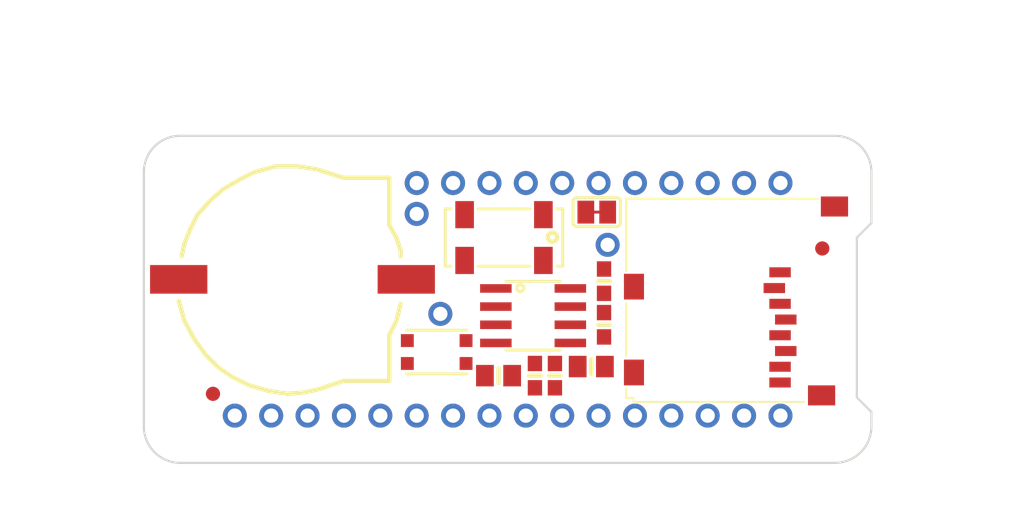
<source format=kicad_pcb>
(kicad_pcb (version 20171130) (host pcbnew "(5.1.2-1)-1")

  (general
    (thickness 1.6)
    (drawings 19)
    (tracks 0)
    (zones 0)
    (modules 19)
    (nets 35)
  )

  (page A4)
  (layers
    (0 Top signal)
    (31 Bottom signal)
    (32 B.Adhes user)
    (33 F.Adhes user)
    (34 B.Paste user)
    (35 F.Paste user)
    (36 B.SilkS user)
    (37 F.SilkS user)
    (38 B.Mask user)
    (39 F.Mask user)
    (40 Dwgs.User user)
    (41 Cmts.User user)
    (42 Eco1.User user)
    (43 Eco2.User user)
    (44 Edge.Cuts user)
    (45 Margin user)
    (46 B.CrtYd user)
    (47 F.CrtYd user)
    (48 B.Fab user)
    (49 F.Fab user)
  )

  (setup
    (last_trace_width 0.25)
    (trace_clearance 0.2)
    (zone_clearance 0.508)
    (zone_45_only no)
    (trace_min 0.2)
    (via_size 0.8)
    (via_drill 0.4)
    (via_min_size 0.4)
    (via_min_drill 0.3)
    (uvia_size 0.3)
    (uvia_drill 0.1)
    (uvias_allowed no)
    (uvia_min_size 0.2)
    (uvia_min_drill 0.1)
    (edge_width 0.05)
    (segment_width 0.2)
    (pcb_text_width 0.3)
    (pcb_text_size 1.5 1.5)
    (mod_edge_width 0.12)
    (mod_text_size 1 1)
    (mod_text_width 0.15)
    (pad_size 1.524 1.524)
    (pad_drill 0.762)
    (pad_to_mask_clearance 0.051)
    (solder_mask_min_width 0.25)
    (aux_axis_origin 0 0)
    (visible_elements FFFFEF7F)
    (pcbplotparams
      (layerselection 0x010fc_ffffffff)
      (usegerberextensions false)
      (usegerberattributes false)
      (usegerberadvancedattributes false)
      (creategerberjobfile false)
      (excludeedgelayer true)
      (linewidth 0.100000)
      (plotframeref false)
      (viasonmask false)
      (mode 1)
      (useauxorigin false)
      (hpglpennumber 1)
      (hpglpenspeed 20)
      (hpglpendiameter 15.000000)
      (psnegative false)
      (psa4output false)
      (plotreference true)
      (plotvalue true)
      (plotinvisibletext false)
      (padsonsilk false)
      (subtractmaskfromsilk false)
      (outputformat 1)
      (mirror false)
      (drillshape 1)
      (scaleselection 1)
      (outputdirectory ""))
  )

  (net 0 "")
  (net 1 G)
  (net 2 TX)
  (net 3 RX)
  (net 4 F)
  (net 5 E)
  (net 6 D)
  (net 7 C)
  (net 8 B)
  (net 9 A)
  (net 10 AREF)
  (net 11 USB)
  (net 12 N)
  (net 13 M)
  (net 14 L)
  (net 15 J)
  (net 16 I)
  (net 17 H)
  (net 18 SCL)
  (net 19 SDA)
  (net 20 GND)
  (net 21 MOSI)
  (net 22 MISO)
  (net 23 SCK)
  (net 24 +3V3)
  (net 25 SD_CS)
  (net 26 RESET)
  (net 27 N$7)
  (net 28 N$8)
  (net 29 VBAT)
  (net 30 EN)
  (net 31 CR1220)
  (net 32 INT1)
  (net 33 CS)
  (net 34 N$1)

  (net_class Default "This is the default net class."
    (clearance 0.2)
    (trace_width 0.25)
    (via_dia 0.8)
    (via_drill 0.4)
    (uvia_dia 0.3)
    (uvia_drill 0.1)
    (add_net +3V3)
    (add_net A)
    (add_net AREF)
    (add_net B)
    (add_net C)
    (add_net CR1220)
    (add_net CS)
    (add_net D)
    (add_net E)
    (add_net EN)
    (add_net F)
    (add_net G)
    (add_net GND)
    (add_net H)
    (add_net I)
    (add_net INT1)
    (add_net J)
    (add_net L)
    (add_net M)
    (add_net MISO)
    (add_net MOSI)
    (add_net N)
    (add_net N$1)
    (add_net N$7)
    (add_net N$8)
    (add_net RESET)
    (add_net RX)
    (add_net SCK)
    (add_net SCL)
    (add_net SDA)
    (add_net SD_CS)
    (add_net TX)
    (add_net USB)
    (add_net VBAT)
  )

  (module MICROSD (layer Top) (tedit 0) (tstamp 5D7BF3BD)
    (at 156.8831 112.1156 90)
    (descr "Courtesy: Adafruit Industries")
    (fp_text reference X4 (at 1.18 7.69 90) (layer F.SilkS) hide
      (effects (font (size 0.77216 0.77216) (thickness 0.146304)) (justify left bottom))
    )
    (fp_text value microsd (at 1.18 8.833 90) (layer F.Fab) hide
      (effects (font (size 0.38608 0.38608) (thickness 0.04064)) (justify left bottom))
    )
    (fp_line (start 14.15 -0.1) (end 14.15 13.25) (layer F.SilkS) (width 0.127))
    (fp_line (start 9.1 -0.1) (end 14.15 -0.1) (layer F.SilkS) (width 0.127))
    (fp_line (start 3.15 -0.1) (end 6.85 -0.1) (layer F.SilkS) (width 0.127))
    (fp_line (start -0.05 0.4) (end -0.05 12.35) (layer F.SilkS) (width 0.127))
    (fp_line (start 0.2 0.4) (end -0.05 0.4) (layer F.SilkS) (width 0.127))
    (fp_line (start 0.2 -0.1) (end 0.2 0.4) (layer F.SilkS) (width 0.127))
    (fp_line (start 0.85 -0.1) (end 0.2 -0.1) (layer F.SilkS) (width 0.127))
    (fp_line (start 11.29 19.52) (end 11.29 16.67) (layer F.Fab) (width 0.1))
    (fp_arc (start 10.44 19.52) (end 10.44 20.37) (angle -90) (layer F.Fab) (width 0.1))
    (fp_line (start 1.14 20.37) (end 10.44 20.37) (layer F.Fab) (width 0.1))
    (fp_arc (start 1.14 19.52) (end 0.29 19.52) (angle -90) (layer F.Fab) (width 0.1))
    (fp_line (start 0.29 16.72) (end 0.29 19.52) (layer F.Fab) (width 0.1))
    (fp_arc (start 10.44 16.07) (end 10.44 16.92) (angle -90) (layer F.Fab) (width 0.1))
    (fp_line (start 1.14 16.92) (end 10.44 16.92) (layer F.Fab) (width 0.1))
    (fp_arc (start 1.14 16.07) (end 0.29 16.07) (angle -90) (layer F.Fab) (width 0.1))
    (fp_line (start 0.29 15.92) (end 0.29 16.07) (layer F.Fab) (width 0.1))
    (fp_line (start 11.29 15.42) (end 11.29 14.12) (layer F.Fab) (width 0.1))
    (fp_arc (start 10.54 15.42) (end 10.54 16.17) (angle -90) (layer F.Fab) (width 0.1))
    (fp_line (start 1.09 16.17) (end 10.54 16.17) (layer F.Fab) (width 0.1))
    (fp_arc (start 1.09 15.42) (end 0.34 15.42) (angle -90) (layer F.Fab) (width 0.1))
    (fp_line (start 0.34 14.12) (end 0.34 15.42) (layer F.Fab) (width 0.1))
    (fp_line (start 9.19 11.17) (end 9.19 9.82) (layer F.Fab) (width 0.1))
    (fp_line (start 8.79 11.17) (end 9.19 11.17) (layer F.Fab) (width 0.1))
    (fp_line (start 8.79 9.77) (end 8.79 11.17) (layer F.Fab) (width 0.1))
    (fp_line (start 8.09 10.82) (end 8.09 9.77) (layer F.Fab) (width 0.1))
    (fp_line (start 7.69 10.82) (end 8.09 10.82) (layer F.Fab) (width 0.1))
    (fp_line (start 7.69 9.77) (end 7.69 10.82) (layer F.Fab) (width 0.1))
    (fp_line (start 6.99 11.22) (end 6.99 9.82) (layer F.Fab) (width 0.1))
    (fp_line (start 6.59 11.22) (end 6.99 11.22) (layer F.Fab) (width 0.1))
    (fp_line (start 6.59 9.77) (end 6.59 11.22) (layer F.Fab) (width 0.1))
    (fp_line (start 5.89 11.37) (end 5.54 11.37) (layer F.Fab) (width 0.1))
    (fp_line (start 5.89 9.92) (end 5.89 11.37) (layer F.Fab) (width 0.1))
    (fp_line (start 6.24 9.92) (end 6.24 9.77) (layer F.Fab) (width 0.1))
    (fp_line (start 5.89 9.92) (end 6.24 9.92) (layer F.Fab) (width 0.1))
    (fp_line (start 5.49 9.92) (end 5.89 9.92) (layer F.Fab) (width 0.1))
    (fp_line (start 4.79 11.22) (end 4.79 9.92) (layer F.Fab) (width 0.1))
    (fp_line (start 4.39 11.22) (end 4.79 11.22) (layer F.Fab) (width 0.1))
    (fp_line (start 4.39 9.77) (end 4.39 11.22) (layer F.Fab) (width 0.1))
    (fp_line (start 3.74 11.42) (end 3.74 9.97) (layer F.Fab) (width 0.1))
    (fp_line (start 3.29 11.42) (end 3.74 11.42) (layer F.Fab) (width 0.1))
    (fp_line (start 3.29 9.97) (end 3.29 11.42) (layer F.Fab) (width 0.1))
    (fp_line (start 4.04 9.97) (end 4.04 9.77) (layer F.Fab) (width 0.1))
    (fp_line (start 3.74 9.97) (end 4.04 9.97) (layer F.Fab) (width 0.1))
    (fp_line (start 3.29 9.97) (end 3.74 9.97) (layer F.Fab) (width 0.1))
    (fp_line (start 2.94 9.97) (end 3.29 9.97) (layer F.Fab) (width 0.1))
    (fp_line (start 2.94 9.77) (end 2.94 9.97) (layer F.Fab) (width 0.1))
    (fp_line (start 2.59 11.17) (end 2.59 9.77) (layer F.Fab) (width 0.1))
    (fp_line (start 2.19 11.17) (end 2.59 11.17) (layer F.Fab) (width 0.1))
    (fp_line (start 2.19 9.77) (end 2.19 11.17) (layer F.Fab) (width 0.1))
    (fp_line (start 1.49 11.17) (end 1.49 9.77) (layer F.Fab) (width 0.1))
    (fp_line (start 1.09 11.17) (end 1.49 11.17) (layer F.Fab) (width 0.1))
    (fp_line (start 1.09 9.82) (end 1.09 11.17) (layer F.Fab) (width 0.1))
    (fp_line (start 8.39 0.77) (end 8.39 0.17) (layer F.Fab) (width 0.1))
    (fp_line (start 8.29 0.77) (end 8.39 0.77) (layer F.Fab) (width 0.1))
    (fp_line (start 7.19 0.77) (end 7.19 0.17) (layer F.Fab) (width 0.1))
    (fp_line (start 7.39 0.77) (end 7.19 0.77) (layer F.Fab) (width 0.1))
    (fp_line (start 8.29 0.92) (end 8.54 0.92) (layer F.Fab) (width 0.1))
    (fp_line (start 7.39 0.92) (end 7.09 0.92) (layer F.Fab) (width 0.1))
    (fp_line (start 7.14 5.92) (end 8.44 5.92) (layer F.Fab) (width 0.1))
    (fp_line (start 7.39 0.47) (end 7.14 5.92) (layer F.Fab) (width 0.1))
    (fp_line (start 7.39 0.42) (end 7.39 0.47) (layer F.Fab) (width 0.1))
    (fp_arc (start 7.54 0.47) (end 7.59 0.32) (angle -90) (layer F.Fab) (width 0.1))
    (fp_line (start 7.59 1.27) (end 7.59 0.32) (layer F.Fab) (width 0.1))
    (fp_arc (start 7.84 1.27) (end 7.84 1.52) (angle 90) (layer F.Fab) (width 0.1))
    (fp_line (start 7.79 1.52) (end 7.84 1.52) (layer F.Fab) (width 0.1))
    (fp_arc (start 7.79 1.27) (end 8.04 1.27) (angle 90) (layer F.Fab) (width 0.1))
    (fp_line (start 8.04 0.32) (end 8.04 1.27) (layer F.Fab) (width 0.1))
    (fp_arc (start 8.04 0.52) (end 8.24 0.52) (angle -90) (layer F.Fab) (width 0.1))
    (fp_line (start 8.24 0.57) (end 8.24 0.52) (layer F.Fab) (width 0.1))
    (fp_line (start 8.44 5.92) (end 8.24 0.57) (layer F.Fab) (width 0.1))
    (fp_arc (start 8.59 5.92) (end 8.59 6.07) (angle 90) (layer F.Fab) (width 0.1))
    (fp_arc (start 8.59 5.92) (end 8.74 5.92) (angle 90) (layer F.Fab) (width 0.1))
    (fp_line (start 8.74 5.87) (end 8.74 5.92) (layer F.Fab) (width 0.1))
    (fp_line (start 8.49 -0.03) (end 8.74 5.87) (layer F.Fab) (width 0.1))
    (fp_line (start 7.14 0.12) (end 8.49 0.12) (layer F.Fab) (width 0.1))
    (fp_line (start 6.84 5.92) (end 7.09 -0.03) (layer F.Fab) (width 0.1))
    (fp_arc (start 6.99 5.92) (end 6.99 6.07) (angle 90) (layer F.Fab) (width 0.1))
    (fp_arc (start 6.99 5.92) (end 7.14 5.92) (angle 90) (layer F.Fab) (width 0.1))
    (fp_line (start 2.69 0.77) (end 2.69 0.17) (layer F.Fab) (width 0.1))
    (fp_line (start 2.59 0.77) (end 2.69 0.77) (layer F.Fab) (width 0.1))
    (fp_line (start 1.49 0.77) (end 1.49 0.17) (layer F.Fab) (width 0.1))
    (fp_line (start 1.69 0.77) (end 1.49 0.77) (layer F.Fab) (width 0.1))
    (fp_line (start 2.59 0.92) (end 2.84 0.92) (layer F.Fab) (width 0.1))
    (fp_line (start 1.69 0.92) (end 1.39 0.92) (layer F.Fab) (width 0.1))
    (fp_line (start 1.44 5.92) (end 2.74 5.92) (layer F.Fab) (width 0.1))
    (fp_line (start 1.69 0.47) (end 1.44 5.92) (layer F.Fab) (width 0.1))
    (fp_line (start 1.69 0.42) (end 1.69 0.47) (layer F.Fab) (width 0.1))
    (fp_arc (start 1.84 0.47) (end 1.89 0.32) (angle -90) (layer F.Fab) (width 0.1))
    (fp_line (start 1.89 1.27) (end 1.89 0.32) (layer F.Fab) (width 0.1))
    (fp_arc (start 2.14 1.27) (end 2.14 1.52) (angle 90) (layer F.Fab) (width 0.1))
    (fp_line (start 2.09 1.52) (end 2.14 1.52) (layer F.Fab) (width 0.1))
    (fp_arc (start 2.09 1.27) (end 2.34 1.27) (angle 90) (layer F.Fab) (width 0.1))
    (fp_line (start 2.34 0.32) (end 2.34 1.27) (layer F.Fab) (width 0.1))
    (fp_arc (start 2.34 0.52) (end 2.54 0.52) (angle -90) (layer F.Fab) (width 0.1))
    (fp_line (start 2.54 0.57) (end 2.54 0.52) (layer F.Fab) (width 0.1))
    (fp_line (start 2.74 5.92) (end 2.54 0.57) (layer F.Fab) (width 0.1))
    (fp_arc (start 2.89 5.92) (end 2.89 6.07) (angle 90) (layer F.Fab) (width 0.1))
    (fp_arc (start 2.89 5.92) (end 3.04 5.92) (angle 90) (layer F.Fab) (width 0.1))
    (fp_line (start 3.04 5.87) (end 3.04 5.92) (layer F.Fab) (width 0.1))
    (fp_line (start 2.79 -0.03) (end 3.04 5.87) (layer F.Fab) (width 0.1))
    (fp_line (start 1.44 0.12) (end 2.79 0.12) (layer F.Fab) (width 0.1))
    (fp_line (start 1.14 5.92) (end 1.39 -0.03) (layer F.Fab) (width 0.1))
    (fp_arc (start 1.29 5.92) (end 1.29 6.07) (angle 90) (layer F.Fab) (width 0.1))
    (fp_arc (start 1.29 5.92) (end 1.44 5.92) (angle 90) (layer F.Fab) (width 0.1))
    (fp_line (start 9.99 6.37) (end 9.99 3.87) (layer F.Fab) (width 0.1))
    (fp_arc (start 10.19 6.37) (end 10.19 6.57) (angle 90) (layer F.Fab) (width 0.1))
    (fp_line (start 10.24 6.57) (end 10.19 6.57) (layer F.Fab) (width 0.1))
    (fp_arc (start 10.24 6.32) (end 10.49 6.32) (angle 90) (layer F.Fab) (width 0.1))
    (fp_line (start 10.49 3.87) (end 10.49 6.32) (layer F.Fab) (width 0.1))
    (fp_arc (start 10.29 3.87) (end 10.29 3.67) (angle 90) (layer F.Fab) (width 0.1))
    (fp_line (start 10.19 3.67) (end 10.29 3.67) (layer F.Fab) (width 0.1))
    (fp_arc (start 10.19 3.87) (end 9.99 3.87) (angle 90) (layer F.Fab) (width 0.1))
    (fp_arc (start 1.29 10.12) (end 0.94 10.12) (angle 90) (layer F.Fab) (width 0.1))
    (fp_line (start 0.94 11.22) (end 0.94 10.12) (layer F.Fab) (width 0.1))
    (fp_arc (start 1.29 11.22) (end 1.29 11.57) (angle 90) (layer F.Fab) (width 0.1))
    (fp_line (start 4.49 11.57) (end 1.29 11.57) (layer F.Fab) (width 0.1))
    (fp_arc (start 4.49 11.22) (end 4.84 11.22) (angle 90) (layer F.Fab) (width 0.1))
    (fp_line (start 4.84 10.02) (end 4.84 11.22) (layer F.Fab) (width 0.1))
    (fp_arc (start 4.59 10.02) (end 4.59 9.77) (angle 90) (layer F.Fab) (width 0.1))
    (fp_line (start 4.39 9.77) (end 4.59 9.77) (layer F.Fab) (width 0.1))
    (fp_line (start 4.04 9.77) (end 4.39 9.77) (layer F.Fab) (width 0.1))
    (fp_line (start 2.94 9.77) (end 4.04 9.77) (layer F.Fab) (width 0.1))
    (fp_line (start 2.59 9.77) (end 2.94 9.77) (layer F.Fab) (width 0.1))
    (fp_line (start 2.19 9.77) (end 2.59 9.77) (layer F.Fab) (width 0.1))
    (fp_line (start 1.49 9.77) (end 2.19 9.77) (layer F.Fab) (width 0.1))
    (fp_line (start 1.29 9.77) (end 1.49 9.77) (layer F.Fab) (width 0.1))
    (fp_arc (start 5.74 10.07) (end 5.44 10.07) (angle 90) (layer F.Fab) (width 0.1))
    (fp_line (start 5.44 11.22) (end 5.44 10.07) (layer F.Fab) (width 0.1))
    (fp_arc (start 5.79 11.22) (end 5.79 11.57) (angle 90) (layer F.Fab) (width 0.1))
    (fp_line (start 8.99 11.57) (end 5.79 11.57) (layer F.Fab) (width 0.1))
    (fp_arc (start 8.99 11.22) (end 9.34 11.22) (angle 90) (layer F.Fab) (width 0.1))
    (fp_line (start 9.34 10.07) (end 9.34 11.22) (layer F.Fab) (width 0.1))
    (fp_arc (start 9.04 10.07) (end 9.04 9.77) (angle 90) (layer F.Fab) (width 0.1))
    (fp_line (start 8.79 9.77) (end 9.04 9.77) (layer F.Fab) (width 0.1))
    (fp_line (start 8.09 9.77) (end 8.79 9.77) (layer F.Fab) (width 0.1))
    (fp_line (start 7.69 9.77) (end 8.09 9.77) (layer F.Fab) (width 0.1))
    (fp_line (start 6.59 9.77) (end 7.69 9.77) (layer F.Fab) (width 0.1))
    (fp_line (start 6.24 9.77) (end 6.59 9.77) (layer F.Fab) (width 0.1))
    (fp_line (start 5.74 9.77) (end 6.24 9.77) (layer F.Fab) (width 0.1))
    (fp_line (start 11.94 6.47) (end 14.04 6.47) (layer F.Fab) (width 0.1))
    (fp_arc (start 11.94 6.82) (end 11.59 6.82) (angle 90) (layer F.Fab) (width 0.1))
    (fp_line (start 11.59 8.12) (end 11.59 6.82) (layer F.Fab) (width 0.1))
    (fp_arc (start 11.64 8.12) (end 11.64 8.17) (angle 90) (layer F.Fab) (width 0.1))
    (fp_line (start 11.84 8.37) (end 11.64 8.17) (layer F.Fab) (width 0.1))
    (fp_line (start 11.84 12.32) (end 11.84 8.37) (layer F.Fab) (width 0.1))
    (fp_arc (start 12.04 12.32) (end 12.04 12.52) (angle 90) (layer F.Fab) (width 0.1))
    (fp_line (start 12.09 12.52) (end 12.04 12.52) (layer F.Fab) (width 0.1))
    (fp_arc (start 12.09 12.32) (end 12.29 12.32) (angle 90) (layer F.Fab) (width 0.1))
    (fp_line (start 12.44 8.17) (end 12.29 12.32) (layer F.Fab) (width 0.1))
    (fp_arc (start 12.24 8.17) (end 12.24 7.97) (angle 90) (layer F.Fab) (width 0.1))
    (fp_line (start 12.19 7.97) (end 12.24 7.97) (layer F.Fab) (width 0.1))
    (fp_arc (start 12.19 7.82) (end 12.04 7.82) (angle -90) (layer F.Fab) (width 0.1))
    (fp_line (start 12.04 7.02) (end 12.04 7.82) (layer F.Fab) (width 0.1))
    (fp_arc (start 12.19 7.02) (end 12.19 6.87) (angle -90) (layer F.Fab) (width 0.1))
    (fp_line (start 13.24 6.87) (end 12.19 6.87) (layer F.Fab) (width 0.1))
    (fp_arc (start 13.24 7.02) (end 13.39 7.02) (angle -90) (layer F.Fab) (width 0.1))
    (fp_line (start 13.39 7.72) (end 13.39 7.02) (layer F.Fab) (width 0.1))
    (fp_arc (start 13.14 7.72) (end 13.14 7.97) (angle -90) (layer F.Fab) (width 0.1))
    (fp_arc (start 13.14 8.12) (end 12.99 8.12) (angle 90) (layer F.Fab) (width 0.1))
    (fp_line (start 13.09 12.32) (end 12.99 8.12) (layer F.Fab) (width 0.1))
    (fp_arc (start 13.29 12.32) (end 13.29 12.52) (angle 90) (layer F.Fab) (width 0.1))
    (fp_line (start 14.04 12.52) (end 13.29 12.52) (layer F.Fab) (width 0.1))
    (fp_arc (start 13.74 14.02) (end 13.94 14.02) (angle -90) (layer F.Fab) (width 0.1))
    (fp_arc (start 13.79 14.02) (end 13.79 14.17) (angle -90) (layer F.Fab) (width 0.1))
    (fp_line (start 13.74 14.17) (end 13.79 14.17) (layer F.Fab) (width 0.1))
    (fp_arc (start 13.74 14.32) (end 13.59 14.32) (angle 90) (layer F.Fab) (width 0.1))
    (fp_line (start 13.59 14.62) (end 13.59 14.32) (layer F.Fab) (width 0.1))
    (fp_arc (start 13.74 14.62) (end 13.74 14.77) (angle 90) (layer F.Fab) (width 0.1))
    (fp_line (start 13.79 14.77) (end 13.74 14.77) (layer F.Fab) (width 0.1))
    (fp_arc (start 13.79 14.92) (end 13.94 14.92) (angle -90) (layer F.Fab) (width 0.1))
    (fp_line (start 13.94 15.02) (end 13.94 14.92) (layer F.Fab) (width 0.1))
    (fp_line (start 13.34 13.82) (end 13.34 15.12) (layer F.Fab) (width 0.1))
    (fp_line (start 13.64 13.67) (end 13.64 13.47) (layer F.Fab) (width 0.1))
    (fp_line (start 13.64 13.67) (end 13.79 13.67) (layer F.Fab) (width 0.1))
    (fp_line (start 12.99 13.67) (end 13.64 13.67) (layer F.Fab) (width 0.1))
    (fp_line (start 13.79 13.47) (end 13.79 13.67) (layer F.Fab) (width 0.1))
    (fp_line (start 11.34 14.52) (end 10.84 13.97) (layer F.Fab) (width 0.1))
    (fp_line (start 11.54 14.52) (end 11.34 14.52) (layer F.Fab) (width 0.1))
    (fp_arc (start 11.49 14.92) (end 11.34 14.92) (angle 90) (layer F.Fab) (width 0.1))
    (fp_line (start 11.49 15.07) (end 11.34 14.92) (layer F.Fab) (width 0.1))
    (fp_line (start 10.49 14.92) (end 11.34 14.92) (layer F.Fab) (width 0.1))
    (fp_line (start 10.99 14.72) (end 10.49 14.72) (layer F.Fab) (width 0.1))
    (fp_line (start 10.99 14.72) (end 11.49 14.72) (layer F.Fab) (width 0.1))
    (fp_line (start 10.49 14.22) (end 10.99 14.72) (layer F.Fab) (width 0.1))
    (fp_line (start 10.49 13.87) (end 10.49 14.22) (layer F.Fab) (width 0.1))
    (fp_line (start 10.49 14.52) (end 10.74 14.52) (layer F.Fab) (width 0.1))
    (fp_line (start 10.49 14.72) (end 10.49 14.52) (layer F.Fab) (width 0.1))
    (fp_line (start 10.49 14.92) (end 10.49 14.72) (layer F.Fab) (width 0.1))
    (fp_line (start 10.49 15.12) (end 10.49 14.92) (layer F.Fab) (width 0.1))
    (fp_line (start 9.54 15.12) (end 9.54 13.62) (layer F.Fab) (width 0.1))
    (fp_line (start 10.49 15.12) (end 9.54 15.12) (layer F.Fab) (width 0.1))
    (fp_line (start 11.79 15.12) (end 10.49 15.12) (layer F.Fab) (width 0.1))
    (fp_line (start 14.04 2.32) (end 14.04 -0.03) (layer F.Fab) (width 0.1))
    (fp_line (start 14.09 2.32) (end 14.04 2.32) (layer F.Fab) (width 0.1))
    (fp_line (start 14.09 3.37) (end 14.09 2.32) (layer F.Fab) (width 0.1))
    (fp_line (start 14.04 3.37) (end 14.09 3.37) (layer F.Fab) (width 0.1))
    (fp_line (start 14.04 6.47) (end 14.04 3.37) (layer F.Fab) (width 0.1))
    (fp_line (start 14.04 7.52) (end 14.04 6.47) (layer F.Fab) (width 0.1))
    (fp_line (start 14.09 7.52) (end 14.04 7.52) (layer F.Fab) (width 0.1))
    (fp_line (start 14.09 8.57) (end 14.09 7.52) (layer F.Fab) (width 0.1))
    (fp_line (start 14.04 8.57) (end 14.09 8.57) (layer F.Fab) (width 0.1))
    (fp_line (start 14.04 11.52) (end 14.04 8.57) (layer F.Fab) (width 0.1))
    (fp_line (start 14.09 11.52) (end 14.04 11.52) (layer F.Fab) (width 0.1))
    (fp_line (start 14.09 12.52) (end 14.09 11.52) (layer F.Fab) (width 0.1))
    (fp_line (start 14.04 12.52) (end 14.09 12.52) (layer F.Fab) (width 0.1))
    (fp_line (start 14.04 13.42) (end 14.04 12.52) (layer F.Fab) (width 0.1))
    (fp_line (start 13.14 13.42) (end 14.04 13.42) (layer F.Fab) (width 0.1))
    (fp_arc (start 13.14 13.62) (end 12.94 13.62) (angle 90) (layer F.Fab) (width 0.1))
    (fp_arc (start 13.14 13.62) (end 13.14 13.82) (angle 90) (layer F.Fab) (width 0.1))
    (fp_line (start 13.34 13.82) (end 13.14 13.82) (layer F.Fab) (width 0.1))
    (fp_line (start 13.74 13.82) (end 13.34 13.82) (layer F.Fab) (width 0.1))
    (fp_arc (start 13.74 14.07) (end 13.99 14.07) (angle -90) (layer F.Fab) (width 0.1))
    (fp_line (start 13.99 14.87) (end 13.99 14.07) (layer F.Fab) (width 0.1))
    (fp_arc (start 13.74 14.87) (end 13.94 15.02) (angle -36.869898) (layer F.Fab) (width 0.1))
    (fp_arc (start 13.739999 14.869999) (end 13.74 15.12) (angle -53.130102) (layer F.Fab) (width 0.1))
    (fp_line (start 13.34 15.12) (end 13.74 15.12) (layer F.Fab) (width 0.1))
    (fp_line (start 11.79 15.12) (end 13.34 15.12) (layer F.Fab) (width 0.1))
    (fp_arc (start 11.79 14.87) (end 11.54 14.87) (angle -90) (layer F.Fab) (width 0.1))
    (fp_line (start 11.54 14.52) (end 11.54 14.87) (layer F.Fab) (width 0.1))
    (fp_line (start 11.54 14.27) (end 11.54 14.52) (layer F.Fab) (width 0.1))
    (fp_arc (start 11.44 14.27) (end 11.44 14.17) (angle 90) (layer F.Fab) (width 0.1))
    (fp_arc (start 5.74 29.830621) (end 0.04 14.17) (angle 40) (layer F.Fab) (width 0.1))
    (fp_line (start 0.04 9.42) (end 0.04 14.17) (layer F.Fab) (width 0.1))
    (fp_line (start -0.01 9.42) (end 0.04 9.42) (layer F.Fab) (width 0.1))
    (fp_line (start -0.01 8.12) (end -0.01 9.42) (layer F.Fab) (width 0.1))
    (fp_line (start 0.04 8.12) (end -0.01 8.12) (layer F.Fab) (width 0.1))
    (fp_line (start 0.04 3.07) (end 0.04 8.12) (layer F.Fab) (width 0.1))
    (fp_line (start -0.01 3.07) (end 0.04 3.07) (layer F.Fab) (width 0.1))
    (fp_line (start -0.01 1.72) (end -0.01 3.07) (layer F.Fab) (width 0.1))
    (fp_line (start 0.04 1.72) (end -0.01 1.72) (layer F.Fab) (width 0.1))
    (fp_line (start 0.04 0.47) (end 0.04 1.72) (layer F.Fab) (width 0.1))
    (fp_line (start 0.29 0.47) (end 0.04 0.47) (layer F.Fab) (width 0.1))
    (fp_line (start 0.29 -0.03) (end 0.29 0.47) (layer F.Fab) (width 0.1))
    (fp_line (start 1.39 -0.03) (end 0.29 -0.03) (layer F.Fab) (width 0.1))
    (fp_line (start 2.79 -0.03) (end 1.39 -0.03) (layer F.Fab) (width 0.1))
    (fp_line (start 10.39 -0.03) (end 2.79 -0.03) (layer F.Fab) (width 0.1))
    (fp_line (start 10.39 0.27) (end 10.39 -0.03) (layer F.Fab) (width 0.1))
    (fp_arc (start 10.59 0.27) (end 10.59 0.47) (angle 90) (layer F.Fab) (width 0.1))
    (fp_arc (start 10.59 0.27) (end 10.79 0.27) (angle 90) (layer F.Fab) (width 0.1))
    (fp_line (start 10.79 -0.03) (end 10.79 0.27) (layer F.Fab) (width 0.1))
    (fp_line (start 12.99 -0.03) (end 10.79 -0.03) (layer F.Fab) (width 0.1))
    (fp_line (start 12.99 0.27) (end 12.99 -0.03) (layer F.Fab) (width 0.1))
    (fp_arc (start 13.19 0.27) (end 13.19 0.47) (angle 90) (layer F.Fab) (width 0.1))
    (fp_arc (start 13.19 0.27) (end 13.39 0.27) (angle 90) (layer F.Fab) (width 0.1))
    (fp_line (start 13.39 -0.03) (end 13.39 0.27) (layer F.Fab) (width 0.1))
    (fp_line (start 14.04 -0.03) (end 13.39 -0.03) (layer F.Fab) (width 0.1))
    (pad 1 smd rect (at 9 10.64 90) (size 0.7 1.5) (layers Top F.Paste F.Mask)
      (solder_mask_margin 0.0508))
    (pad 2 smd rect (at 7.9 10.24 90) (size 0.7 1.5) (layers Top F.Paste F.Mask)
      (net 25 SD_CS) (solder_mask_margin 0.0508))
    (pad 3 smd rect (at 6.8 10.64 90) (size 0.7 1.5) (layers Top F.Paste F.Mask)
      (net 21 MOSI) (solder_mask_margin 0.0508))
    (pad 4 smd rect (at 5.7 11.04 90) (size 0.7 1.5) (layers Top F.Paste F.Mask)
      (net 24 +3V3) (solder_mask_margin 0.0508))
    (pad 5 smd rect (at 4.6 10.64 90) (size 0.7 1.5) (layers Top F.Paste F.Mask)
      (net 23 SCK) (solder_mask_margin 0.0508))
    (pad 6 smd rect (at 3.5 11.04 90) (size 0.7 1.5) (layers Top F.Paste F.Mask)
      (net 20 GND) (solder_mask_margin 0.0508))
    (pad 7 smd rect (at 2.4 10.64 90) (size 0.7 1.5) (layers Top F.Paste F.Mask)
      (net 22 MISO) (solder_mask_margin 0.0508))
    (pad 8 smd rect (at 1.3 10.64 90) (size 0.7 1.5) (layers Top F.Paste F.Mask)
      (solder_mask_margin 0.0508))
    (pad CD2 smd rect (at 8 0.44 180) (size 1.4 1.8) (layers Top F.Paste F.Mask)
      (solder_mask_margin 0.0508))
    (pad CD1 smd rect (at 2 0.44 180) (size 1.4 1.8) (layers Top F.Paste F.Mask)
      (solder_mask_margin 0.0508))
    (pad MT2 smd rect (at 13.6 14.44 90) (size 1.4 1.9) (layers Top F.Paste F.Mask)
      (net 20 GND) (solder_mask_margin 0.0508))
    (pad MT1 smd rect (at 0.4 13.54 90) (size 1.4 1.9) (layers Top F.Paste F.Mask)
      (net 20 GND) (solder_mask_margin 0.0508))
  )

  (module BTN_KMR2_4.6X2.8 (layer Top) (tedit 0) (tstamp 5D7BF4C2)
    (at 143.5481 108.6866 180)
    (fp_text reference SW1 (at -2.032 -1.778 180) (layer F.SilkS) hide
      (effects (font (size 0.77216 0.77216) (thickness 0.146304)) (justify right top))
    )
    (fp_text value KMR2 (at -2.032 2.159 180) (layer F.Fab) hide
      (effects (font (size 0.38608 0.38608) (thickness 0.04064)) (justify right top))
    )
    (fp_line (start 2.1 1.5254) (end -2.1 1.5254) (layer F.SilkS) (width 0.2032))
    (fp_line (start -2.1 -1.5254) (end 2.1 -1.5254) (layer F.SilkS) (width 0.2032))
    (fp_line (start 1.05 0.8) (end -1.05 0.8) (layer F.Fab) (width 0.2032))
    (fp_arc (start -0.881399 0) (end 1.05 -0.8) (angle 44.999389) (layer F.Fab) (width 0.2032))
    (fp_line (start -1.05 -0.8) (end 1.05 -0.8) (layer F.Fab) (width 0.2032))
    (fp_arc (start 0.881399 0) (end -1.05 0.8) (angle 44.999389) (layer F.Fab) (width 0.2032))
    (fp_line (start -2.1 1.4) (end -2.1 -1.4) (layer F.Fab) (width 0.2032))
    (fp_line (start 2.1 1.4) (end -2.1 1.4) (layer F.Fab) (width 0.2032))
    (fp_line (start 2.1 -1.4) (end 2.1 1.4) (layer F.Fab) (width 0.2032))
    (fp_line (start -2.1 -1.4) (end 2.1 -1.4) (layer F.Fab) (width 0.2032))
    (fp_line (start 0 -0.2) (end 0.3 0.1) (layer F.Fab) (width 0.127))
    (fp_line (start 0 0.4) (end 0 0.3) (layer F.Fab) (width 0.127))
    (fp_line (start 0 -0.4) (end 0 -0.2) (layer F.Fab) (width 0.127))
    (fp_line (start 0 0.4) (end 0.4 0.4) (layer F.Fab) (width 0.127))
    (fp_line (start -0.4 0.4) (end 0 0.4) (layer F.Fab) (width 0.127))
    (fp_line (start 0 -0.4) (end 0.4 -0.4) (layer F.Fab) (width 0.127))
    (fp_line (start -0.4 -0.4) (end 0 -0.4) (layer F.Fab) (width 0.127))
    (pad A' smd rect (at -2.05 -0.8 180) (size 0.9 0.9) (layers Top F.Paste F.Mask)
      (net 20 GND) (solder_mask_margin 0.0508))
    (pad B' smd rect (at -2.05 0.8 180) (size 0.9 0.9) (layers Top F.Paste F.Mask)
      (net 26 RESET) (solder_mask_margin 0.0508))
    (pad B smd rect (at 2.05 0.8 180) (size 0.9 0.9) (layers Top F.Paste F.Mask)
      (net 26 RESET) (solder_mask_margin 0.0508))
    (pad A smd rect (at 2.05 -0.8 180) (size 0.9 0.9) (layers Top F.Paste F.Mask)
      (net 20 GND) (solder_mask_margin 0.0508))
  )

  (module SOIC8_150MIL (layer Top) (tedit 0) (tstamp 5D7BF4DA)
    (at 150.2791 106.1466 270)
    (descr "<b>Small Outline IC - 150mil Wide</b>")
    (fp_text reference IC1 (at -1.905 -0.381 270) (layer F.SilkS) hide
      (effects (font (size 0.77216 0.77216) (thickness 0.146304)) (justify right top))
    )
    (fp_text value PCF8523T (at -1.905 0.381 270) (layer F.Fab) hide
      (effects (font (size 0.38608 0.38608) (thickness 0.04064)) (justify right top))
    )
    (fp_poly (pts (xy -2.15 -2) (xy -1.66 -2) (xy -1.66 -3.1) (xy -2.15 -3.1)) (layer F.Fab) (width 0))
    (fp_poly (pts (xy -0.88 -2) (xy -0.39 -2) (xy -0.39 -3.1) (xy -0.88 -3.1)) (layer F.Fab) (width 0))
    (fp_poly (pts (xy 0.39 -2) (xy 0.88 -2) (xy 0.88 -3.1) (xy 0.39 -3.1)) (layer F.Fab) (width 0))
    (fp_poly (pts (xy 1.66 -2) (xy 2.15 -2) (xy 2.15 -3.1) (xy 1.66 -3.1)) (layer F.Fab) (width 0))
    (fp_poly (pts (xy 1.66 3.1) (xy 2.15 3.1) (xy 2.15 2) (xy 1.66 2)) (layer F.Fab) (width 0))
    (fp_poly (pts (xy 0.39 3.1) (xy 0.88 3.1) (xy 0.88 2) (xy 0.39 2)) (layer F.Fab) (width 0))
    (fp_poly (pts (xy -0.88 3.1) (xy -0.39 3.1) (xy -0.39 2) (xy -0.88 2)) (layer F.Fab) (width 0))
    (fp_poly (pts (xy -2.15 3.1) (xy -1.66 3.1) (xy -1.66 2) (xy -2.15 2)) (layer F.Fab) (width 0))
    (fp_circle (center -1.9304 0.889) (end -1.6764 0.889) (layer F.SilkS) (width 0.2032))
    (fp_line (start 2.4 -1.9) (end 2.4 1.9) (layer F.SilkS) (width 0.2032))
    (fp_line (start -2.4 1.9) (end -2.4 -1.9) (layer F.SilkS) (width 0.2032))
    (fp_line (start -2.4 -1.9) (end 2.4 -1.9) (layer F.Fab) (width 0.2032))
    (fp_line (start 2.4 1.4) (end -2.4 1.4) (layer F.Fab) (width 0.2032))
    (fp_line (start -2.4 1.4) (end -2.4 -1.9) (layer F.Fab) (width 0.2032))
    (fp_line (start -2.4 1.9) (end -2.4 1.4) (layer F.Fab) (width 0.2032))
    (fp_line (start 2.4 1.9) (end -2.4 1.9) (layer F.Fab) (width 0.2032))
    (fp_line (start 2.4 1.4) (end 2.4 1.9) (layer F.Fab) (width 0.2032))
    (fp_line (start 2.4 -1.9) (end 2.4 1.4) (layer F.Fab) (width 0.2032))
    (pad 5 smd rect (at 1.905 -2.6 270) (size 0.6 2.2) (layers Top F.Paste F.Mask)
      (net 19 SDA) (solder_mask_margin 0.0508))
    (pad 6 smd rect (at 0.635 -2.6 270) (size 0.6 2.2) (layers Top F.Paste F.Mask)
      (net 18 SCL) (solder_mask_margin 0.0508))
    (pad 8 smd rect (at -1.905 -2.6 270) (size 0.6 2.2) (layers Top F.Paste F.Mask)
      (net 34 N$1) (solder_mask_margin 0.0508))
    (pad 4 smd rect (at 1.905 2.6 270) (size 0.6 2.2) (layers Top F.Paste F.Mask)
      (net 20 GND) (solder_mask_margin 0.0508))
    (pad 3 smd rect (at 0.635 2.6 270) (size 0.6 2.2) (layers Top F.Paste F.Mask)
      (net 31 CR1220) (solder_mask_margin 0.0508))
    (pad 1 smd rect (at -1.905 2.6 270) (size 0.6 2.2) (layers Top F.Paste F.Mask)
      (net 27 N$7) (solder_mask_margin 0.0508))
    (pad 7 smd rect (at -0.635 -2.6 270) (size 0.6 2.2) (layers Top F.Paste F.Mask)
      (net 32 INT1) (solder_mask_margin 0.0508))
    (pad 2 smd rect (at -0.635 2.6 270) (size 0.6 2.2) (layers Top F.Paste F.Mask)
      (net 28 N$8) (solder_mask_margin 0.0508))
  )

  (module CRYSTAL_8X3.8 (layer Top) (tedit 0) (tstamp 5D7BF4F7)
    (at 148.2471 100.6856)
    (descr "<p>8.0x3.8x2.5mm SMT Crystal</p>\n<p>Source: http://www.abracon.com/Resonators/abs25.pdf</p>")
    (fp_text reference Y1 (at -1.9 -2.854) (layer F.SilkS) hide
      (effects (font (size 0.77216 0.77216) (thickness 0.146304)) (justify left bottom))
    )
    (fp_text value 32khz (at -1.9 -2.327) (layer F.Fab) hide
      (effects (font (size 0.38608 0.38608) (thickness 0.04064)) (justify left bottom))
    )
    (fp_circle (center 3.3782 -0.0254) (end 3.701487 -0.0254) (layer F.SilkS) (width 0.3048))
    (fp_line (start 4.1 2) (end 3.7 2) (layer F.SilkS) (width 0.2032))
    (fp_line (start 4.1 -2) (end 4.1 2) (layer F.SilkS) (width 0.2032))
    (fp_line (start 3.7 -2) (end 4.1 -2) (layer F.SilkS) (width 0.2032))
    (fp_line (start -1.8 -2) (end 1.8 -2) (layer F.SilkS) (width 0.2032))
    (fp_line (start -1.8 2) (end 1.8 2) (layer F.SilkS) (width 0.2032))
    (fp_line (start -4.1 2) (end -3.7 2) (layer F.SilkS) (width 0.2032))
    (fp_line (start -4.1 -2) (end -4.1 2) (layer F.SilkS) (width 0.2032))
    (fp_line (start -3.7 -2) (end -4.1 -2) (layer F.SilkS) (width 0.2032))
    (fp_line (start 3.75 1.5) (end -3.25 1.5) (layer F.Fab) (width 0.2032))
    (fp_line (start 3.75 -1.5) (end 3.75 1.5) (layer F.Fab) (width 0.2032))
    (fp_line (start -3.25 -1.5) (end 3.75 -1.5) (layer F.Fab) (width 0.2032))
    (fp_line (start -3.25 1.5) (end -3.25 0.75) (layer F.Fab) (width 0.2032))
    (fp_line (start -4 1.75) (end -3.25 1.5) (layer F.Fab) (width 0.2032))
    (fp_line (start -3.25 -1.5) (end -3.25 -0.75) (layer F.Fab) (width 0.2032))
    (fp_line (start -4 -1.75) (end -3.25 -1.5) (layer F.Fab) (width 0.2032))
    (fp_circle (center -2.75 1.25) (end -2.5 1.25) (layer F.Fab) (width 0.2032))
    (fp_circle (center -2.75 -1.25) (end -2.5 -1.25) (layer F.Fab) (width 0.2032))
    (fp_line (start -2.75 0.5) (end -2.75 1.25) (layer F.Fab) (width 0.2032))
    (fp_line (start -2.75 -0.5) (end -2.75 -1.25) (layer F.Fab) (width 0.2032))
    (fp_line (start -2.75 0.5) (end -2 0.5) (layer F.Fab) (width 0.2032))
    (fp_line (start -3.5 0.5) (end -2.75 0.5) (layer F.Fab) (width 0.2032))
    (fp_line (start -2.75 -0.5) (end -2 -0.5) (layer F.Fab) (width 0.2032))
    (fp_line (start -3.5 -0.5) (end -2.75 -0.5) (layer F.Fab) (width 0.2032))
    (fp_line (start -3.5 0.25) (end -3.5 -0.25) (layer F.Fab) (width 0.2032))
    (fp_line (start -2 0.25) (end -3.5 0.25) (layer F.Fab) (width 0.2032))
    (fp_line (start -2 -0.25) (end -2 0.25) (layer F.Fab) (width 0.2032))
    (fp_line (start -3.5 -0.25) (end -2 -0.25) (layer F.Fab) (width 0.2032))
    (fp_line (start -4 -1.75) (end -4 -1.9) (layer F.Fab) (width 0.2032))
    (fp_line (start -4 1.75) (end -4 -1.75) (layer F.Fab) (width 0.2032))
    (fp_line (start -4 1.9) (end -4 1.75) (layer F.Fab) (width 0.2032))
    (fp_line (start 4 1.9) (end -4 1.9) (layer F.Fab) (width 0.2032))
    (fp_line (start 4 -1.9) (end 4 1.9) (layer F.Fab) (width 0.2032))
    (fp_line (start -4 -1.9) (end 4 -1.9) (layer F.Fab) (width 0.2032))
    (pad P$4 smd rect (at -2.75 -1.6) (size 1.3 1.9) (layers Top F.Paste F.Mask)
      (net 27 N$7) (solder_mask_margin 0.0508))
    (pad P$3 smd rect (at 2.75 -1.6) (size 1.3 1.9) (layers Top F.Paste F.Mask)
      (solder_mask_margin 0.0508))
    (pad P$2 smd rect (at 2.75 1.6) (size 1.3 1.9) (layers Top F.Paste F.Mask)
      (solder_mask_margin 0.0508))
    (pad P$1 smd rect (at -2.75 1.6) (size 1.3 1.9) (layers Top F.Paste F.Mask)
      (net 28 N$8) (solder_mask_margin 0.0508))
  )

  (module 0603-NO (layer Top) (tedit 0) (tstamp 5D7BF520)
    (at 151.8031 110.3376 270)
    (fp_text reference R1 (at 1.778 0.127 270) (layer F.SilkS) hide
      (effects (font (size 0.77216 0.77216) (thickness 0.146304)) (justify right top))
    )
    (fp_text value 10K (at 1.778 0.762 270) (layer F.Fab) hide
      (effects (font (size 0.38608 0.38608) (thickness 0.04064)) (justify right top))
    )
    (fp_line (start 0 -0.4) (end 0 0.4) (layer F.SilkS) (width 0.3048))
    (fp_poly (pts (xy -0.1999 0.3) (xy 0.1999 0.3) (xy 0.1999 -0.3) (xy -0.1999 -0.3)) (layer F.Adhes) (width 0))
    (fp_poly (pts (xy 0.3302 0.4699) (xy 0.8303 0.4699) (xy 0.8303 -0.4801) (xy 0.3302 -0.4801)) (layer F.Fab) (width 0))
    (fp_poly (pts (xy -0.8382 0.4699) (xy -0.3381 0.4699) (xy -0.3381 -0.4801) (xy -0.8382 -0.4801)) (layer F.Fab) (width 0))
    (fp_line (start -0.356 0.419) (end 0.356 0.419) (layer F.Fab) (width 0.1016))
    (fp_line (start -0.356 -0.432) (end 0.356 -0.432) (layer F.Fab) (width 0.1016))
    (fp_line (start -1.473 0.729) (end -1.473 -0.729) (layer Dwgs.User) (width 0.0508))
    (fp_line (start 1.473 0.729) (end -1.473 0.729) (layer Dwgs.User) (width 0.0508))
    (fp_line (start 1.473 -0.729) (end 1.473 0.729) (layer Dwgs.User) (width 0.0508))
    (fp_line (start -1.473 -0.729) (end 1.473 -0.729) (layer Dwgs.User) (width 0.0508))
    (pad 2 smd rect (at 0.85 0 270) (size 1.075 1) (layers Top F.Paste F.Mask)
      (net 24 +3V3) (solder_mask_margin 0.0508))
    (pad 1 smd rect (at -0.85 0 270) (size 1.075 1) (layers Top F.Paste F.Mask)
      (net 19 SDA) (solder_mask_margin 0.0508))
  )

  (module 0603-NO (layer Top) (tedit 0) (tstamp 5D7BF52F)
    (at 150.4061 110.3376 270)
    (fp_text reference R2 (at 1.778 0.127 270) (layer F.SilkS) hide
      (effects (font (size 0.77216 0.77216) (thickness 0.146304)) (justify right top))
    )
    (fp_text value 10K (at 1.778 0.762 270) (layer F.Fab) hide
      (effects (font (size 0.38608 0.38608) (thickness 0.04064)) (justify right top))
    )
    (fp_line (start 0 -0.4) (end 0 0.4) (layer F.SilkS) (width 0.3048))
    (fp_poly (pts (xy -0.1999 0.3) (xy 0.1999 0.3) (xy 0.1999 -0.3) (xy -0.1999 -0.3)) (layer F.Adhes) (width 0))
    (fp_poly (pts (xy 0.3302 0.4699) (xy 0.8303 0.4699) (xy 0.8303 -0.4801) (xy 0.3302 -0.4801)) (layer F.Fab) (width 0))
    (fp_poly (pts (xy -0.8382 0.4699) (xy -0.3381 0.4699) (xy -0.3381 -0.4801) (xy -0.8382 -0.4801)) (layer F.Fab) (width 0))
    (fp_line (start -0.356 0.419) (end 0.356 0.419) (layer F.Fab) (width 0.1016))
    (fp_line (start -0.356 -0.432) (end 0.356 -0.432) (layer F.Fab) (width 0.1016))
    (fp_line (start -1.473 0.729) (end -1.473 -0.729) (layer Dwgs.User) (width 0.0508))
    (fp_line (start 1.473 0.729) (end -1.473 0.729) (layer Dwgs.User) (width 0.0508))
    (fp_line (start 1.473 -0.729) (end 1.473 0.729) (layer Dwgs.User) (width 0.0508))
    (fp_line (start -1.473 -0.729) (end 1.473 -0.729) (layer Dwgs.User) (width 0.0508))
    (pad 2 smd rect (at 0.85 0 270) (size 1.075 1) (layers Top F.Paste F.Mask)
      (net 24 +3V3) (solder_mask_margin 0.0508))
    (pad 1 smd rect (at -0.85 0 270) (size 1.075 1) (layers Top F.Paste F.Mask)
      (net 18 SCL) (solder_mask_margin 0.0508))
  )

  (module 0603-NO (layer Top) (tedit 0) (tstamp 5D7BF53E)
    (at 155.2321 103.7336 270)
    (fp_text reference R3 (at 1.778 0.127 270) (layer F.SilkS) hide
      (effects (font (size 0.77216 0.77216) (thickness 0.146304)) (justify right top))
    )
    (fp_text value 100K (at 1.778 0.762 270) (layer F.Fab) hide
      (effects (font (size 0.38608 0.38608) (thickness 0.04064)) (justify right top))
    )
    (fp_line (start 0 -0.4) (end 0 0.4) (layer F.SilkS) (width 0.3048))
    (fp_poly (pts (xy -0.1999 0.3) (xy 0.1999 0.3) (xy 0.1999 -0.3) (xy -0.1999 -0.3)) (layer F.Adhes) (width 0))
    (fp_poly (pts (xy 0.3302 0.4699) (xy 0.8303 0.4699) (xy 0.8303 -0.4801) (xy 0.3302 -0.4801)) (layer F.Fab) (width 0))
    (fp_poly (pts (xy -0.8382 0.4699) (xy -0.3381 0.4699) (xy -0.3381 -0.4801) (xy -0.8382 -0.4801)) (layer F.Fab) (width 0))
    (fp_line (start -0.356 0.419) (end 0.356 0.419) (layer F.Fab) (width 0.1016))
    (fp_line (start -0.356 -0.432) (end 0.356 -0.432) (layer F.Fab) (width 0.1016))
    (fp_line (start -1.473 0.729) (end -1.473 -0.729) (layer Dwgs.User) (width 0.0508))
    (fp_line (start 1.473 0.729) (end -1.473 0.729) (layer Dwgs.User) (width 0.0508))
    (fp_line (start 1.473 -0.729) (end 1.473 0.729) (layer Dwgs.User) (width 0.0508))
    (fp_line (start -1.473 -0.729) (end 1.473 -0.729) (layer Dwgs.User) (width 0.0508))
    (pad 2 smd rect (at 0.85 0 270) (size 1.075 1) (layers Top F.Paste F.Mask)
      (net 24 +3V3) (solder_mask_margin 0.0508))
    (pad 1 smd rect (at -0.85 0 270) (size 1.075 1) (layers Top F.Paste F.Mask)
      (net 25 SD_CS) (solder_mask_margin 0.0508))
  )

  (module CR1220-2 (layer Top) (tedit 0) (tstamp 5D7BF54D)
    (at 133.1341 103.6066)
    (fp_text reference B1 (at -1.602 -0.14) (layer F.SilkS) hide
      (effects (font (size 0.77216 0.77216) (thickness 0.146304)) (justify left bottom))
    )
    (fp_text value cr1220 (at -1.602 0.868) (layer F.Fab) hide
      (effects (font (size 0.38608 0.38608) (thickness 0.04064)) (justify left bottom))
    )
    (fp_line (start 2 -7.7) (end 3.9 -7.1) (layer F.SilkS) (width 0.3048))
    (fp_line (start 2.4 7.6) (end 3.9 7.1) (layer F.SilkS) (width 0.3048))
    (fp_line (start 7.6 2.9) (end 7.9 1.7) (layer F.SilkS) (width 0.3048))
    (fp_line (start 7.1 3.9) (end 7.6 2.9) (layer F.SilkS) (width 0.3048))
    (fp_line (start 7.1 7.1) (end 7.1 3.9) (layer F.SilkS) (width 0.3048))
    (fp_line (start 7.9 -2) (end 7.9 -1.6) (layer F.SilkS) (width 0.3048))
    (fp_line (start 7.6 -2.9) (end 7.9 -2) (layer F.SilkS) (width 0.3048))
    (fp_line (start 7.1 -3.8) (end 7.6 -2.9) (layer F.SilkS) (width 0.3048))
    (fp_line (start 7.1 -7.1) (end 7.1 -3.8) (layer F.SilkS) (width 0.3048))
    (fp_line (start 3.95 7.1) (end 7.1 7.1) (layer F.SilkS) (width 0.3048))
    (fp_line (start 3.95 -7.1) (end 7.1 -7.1) (layer F.SilkS) (width 0.3048))
    (fp_line (start 1.2 7.9) (end 2.5 7.6) (layer F.SilkS) (width 0.3048))
    (fp_line (start 0 8) (end 1.2 7.9) (layer F.SilkS) (width 0.3048))
    (fp_line (start -1.3 7.8) (end 0 8) (layer F.SilkS) (width 0.3048))
    (fp_line (start -2.7 7.4) (end -1.3 7.8) (layer F.SilkS) (width 0.3048))
    (fp_line (start -3.9 6.8) (end -2.7 7.4) (layer F.SilkS) (width 0.3048))
    (fp_line (start -4.9 6.1) (end -3.9 6.8) (layer F.SilkS) (width 0.3048))
    (fp_line (start -5.7 5.3) (end -4.9 6.1) (layer F.SilkS) (width 0.3048))
    (fp_line (start -6.5 4.2) (end -5.7 5.3) (layer F.SilkS) (width 0.3048))
    (fp_line (start -7.2 2.9) (end -6.5 4.2) (layer F.SilkS) (width 0.3048))
    (fp_line (start -7.6 1.5) (end -7.2 2.9) (layer F.SilkS) (width 0.3048))
    (fp_line (start 0.7 -7.9) (end 2 -7.7) (layer F.SilkS) (width 0.3048))
    (fp_line (start -0.8 -7.9) (end 0.7 -7.9) (layer F.SilkS) (width 0.3048))
    (fp_line (start -2.3 -7.5) (end -0.8 -7.9) (layer F.SilkS) (width 0.3048))
    (fp_line (start -3.3 -7) (end -2.3 -7.5) (layer F.SilkS) (width 0.3048))
    (fp_line (start -4.5 -6.3) (end -3.3 -7) (layer F.SilkS) (width 0.3048))
    (fp_line (start -5.4 -5.5) (end -4.5 -6.3) (layer F.SilkS) (width 0.3048))
    (fp_line (start -6.3 -4.5) (end -5.4 -5.5) (layer F.SilkS) (width 0.3048))
    (fp_line (start -6.8 -3.5) (end -6.3 -4.5) (layer F.SilkS) (width 0.3048))
    (fp_line (start -7.2 -2.5) (end -6.8 -3.5) (layer F.SilkS) (width 0.3048))
    (fp_line (start -7.4 -1.6) (end -7.2 -2.5) (layer F.SilkS) (width 0.3048))
    (fp_circle (center 0.2 0) (end 6.7 0) (layer F.Fab) (width 0.3048))
    (fp_circle (center 0.2 0) (end 7.59 0) (layer F.Fab) (width 0.3048))
    (pad + smd rect (at 8.29 0) (size 4 2) (layers Top F.Paste F.Mask)
      (net 31 CR1220) (solder_mask_margin 0.0508))
    (pad - smd rect (at -7.6 0) (size 4 2) (layers Top F.Paste F.Mask)
      (net 20 GND) (solder_mask_margin 0.0508))
    (pad "" np_thru_hole circle (at -3.5 0) (size 1.5 1.5) (drill 1.5) (layers *.Cu *.Mask))
    (pad "" np_thru_hole circle (at 3.95 0) (size 1.5 1.5) (drill 1.5) (layers *.Cu *.Mask))
  )

  (module 0805-NO (layer Top) (tedit 0) (tstamp 5D7BF575)
    (at 154.3431 109.7026 180)
    (fp_text reference C1 (at 2.032 0.127 180) (layer F.SilkS) hide
      (effects (font (size 0.77216 0.77216) (thickness 0.146304)) (justify right top))
    )
    (fp_text value 10uF (at 2.032 0.762 180) (layer F.Fab) hide
      (effects (font (size 0.38608 0.38608) (thickness 0.04064)) (justify right top))
    )
    (fp_line (start 0 -0.508) (end 0 0.508) (layer F.SilkS) (width 0.3048))
    (fp_poly (pts (xy 0.3556 0.7239) (xy 1.1057 0.7239) (xy 1.1057 -0.7262) (xy 0.3556 -0.7262)) (layer F.Fab) (width 0))
    (fp_poly (pts (xy -1.0922 0.7239) (xy -0.3421 0.7239) (xy -0.3421 -0.7262) (xy -1.0922 -0.7262)) (layer F.Fab) (width 0))
    (fp_line (start -0.356 0.66) (end 0.381 0.66) (layer F.Fab) (width 0.1016))
    (fp_line (start -0.381 -0.66) (end 0.381 -0.66) (layer F.Fab) (width 0.1016))
    (pad 2 smd rect (at 0.95 0 180) (size 1.24 1.5) (layers Top F.Paste F.Mask)
      (net 20 GND) (solder_mask_margin 0.0508))
    (pad 1 smd rect (at -0.95 0 180) (size 1.24 1.5) (layers Top F.Paste F.Mask)
      (net 34 N$1) (solder_mask_margin 0.0508))
  )

  (module 1X11_ROUND (layer Top) (tedit 0) (tstamp 5D7BF57F)
    (at 154.8511 96.8756)
    (fp_text reference JP1 (at -14.0462 -1.8288) (layer F.SilkS) hide
      (effects (font (size 0.77216 0.77216) (thickness 0.146304)) (justify left bottom))
    )
    (fp_text value "" (at -13.97 3.175) (layer F.Fab)
      (effects (font (size 0.38608 0.38608) (thickness 0.038608)) (justify left bottom))
    )
    (fp_poly (pts (xy 12.446 0.254) (xy 12.954 0.254) (xy 12.954 -0.254) (xy 12.446 -0.254)) (layer F.Fab) (width 0))
    (fp_poly (pts (xy 9.906 0.254) (xy 10.414 0.254) (xy 10.414 -0.254) (xy 9.906 -0.254)) (layer F.Fab) (width 0))
    (fp_poly (pts (xy -12.954 0.254) (xy -12.446 0.254) (xy -12.446 -0.254) (xy -12.954 -0.254)) (layer F.Fab) (width 0))
    (fp_poly (pts (xy -10.414 0.254) (xy -9.906 0.254) (xy -9.906 -0.254) (xy -10.414 -0.254)) (layer F.Fab) (width 0))
    (fp_poly (pts (xy -7.874 0.254) (xy -7.366 0.254) (xy -7.366 -0.254) (xy -7.874 -0.254)) (layer F.Fab) (width 0))
    (fp_poly (pts (xy -5.334 0.254) (xy -4.826 0.254) (xy -4.826 -0.254) (xy -5.334 -0.254)) (layer F.Fab) (width 0))
    (fp_poly (pts (xy -2.794 0.254) (xy -2.286 0.254) (xy -2.286 -0.254) (xy -2.794 -0.254)) (layer F.Fab) (width 0))
    (fp_poly (pts (xy -0.254 0.254) (xy 0.254 0.254) (xy 0.254 -0.254) (xy -0.254 -0.254)) (layer F.Fab) (width 0))
    (fp_poly (pts (xy 2.286 0.254) (xy 2.794 0.254) (xy 2.794 -0.254) (xy 2.286 -0.254)) (layer F.Fab) (width 0))
    (fp_poly (pts (xy 4.826 0.254) (xy 5.334 0.254) (xy 5.334 -0.254) (xy 4.826 -0.254)) (layer F.Fab) (width 0))
    (fp_poly (pts (xy 7.366 0.254) (xy 7.874 0.254) (xy 7.874 -0.254) (xy 7.366 -0.254)) (layer F.Fab) (width 0))
    (fp_line (start -13.97 -0.635) (end -13.97 0.635) (layer F.Fab) (width 0.2032))
    (pad 11 thru_hole circle (at 12.7 0 90) (size 1.6764 1.6764) (drill 1) (layers *.Cu *.Mask)
      (net 19 SDA) (solder_mask_margin 0.0508))
    (pad 10 thru_hole circle (at 10.16 0 90) (size 1.6764 1.6764) (drill 1) (layers *.Cu *.Mask)
      (net 18 SCL) (solder_mask_margin 0.0508))
    (pad 9 thru_hole circle (at 7.62 0 90) (size 1.6764 1.6764) (drill 1) (layers *.Cu *.Mask)
      (net 17 H) (solder_mask_margin 0.0508))
    (pad 8 thru_hole circle (at 5.08 0 90) (size 1.6764 1.6764) (drill 1) (layers *.Cu *.Mask)
      (net 16 I) (solder_mask_margin 0.0508))
    (pad 7 thru_hole circle (at 2.54 0 90) (size 1.6764 1.6764) (drill 1) (layers *.Cu *.Mask)
      (net 15 J) (solder_mask_margin 0.0508))
    (pad 6 thru_hole circle (at 0 0 90) (size 1.6764 1.6764) (drill 1) (layers *.Cu *.Mask)
      (net 33 CS) (solder_mask_margin 0.0508))
    (pad 5 thru_hole circle (at -2.54 0 90) (size 1.6764 1.6764) (drill 1) (layers *.Cu *.Mask)
      (net 14 L) (solder_mask_margin 0.0508))
    (pad 4 thru_hole circle (at -5.08 0 90) (size 1.6764 1.6764) (drill 1) (layers *.Cu *.Mask)
      (net 13 M) (solder_mask_margin 0.0508))
    (pad 3 thru_hole circle (at -7.62 0 90) (size 1.6764 1.6764) (drill 1) (layers *.Cu *.Mask)
      (net 12 N) (solder_mask_margin 0.0508))
    (pad 2 thru_hole circle (at -10.16 0 90) (size 1.6764 1.6764) (drill 1) (layers *.Cu *.Mask)
      (net 11 USB) (solder_mask_margin 0.0508))
    (pad 1 thru_hole circle (at -12.7 0 90) (size 1.6764 1.6764) (drill 1) (layers *.Cu *.Mask)
      (net 30 EN) (solder_mask_margin 0.0508))
  )

  (module 1X16_ROUND (layer Top) (tedit 0) (tstamp 5D7BF599)
    (at 148.5011 113.1316 180)
    (descr "<b>PIN HEADER</b>")
    (fp_text reference JP2 (at -20.3962 -1.8288 180) (layer F.SilkS) hide
      (effects (font (size 0.77216 0.77216) (thickness 0.146304)) (justify right top))
    )
    (fp_text value "" (at -20.32 3.175) (layer F.Fab)
      (effects (font (size 0.38608 0.38608) (thickness 0.038608)) (justify right top))
    )
    (fp_poly (pts (xy 18.796 0.254) (xy 19.304 0.254) (xy 19.304 -0.254) (xy 18.796 -0.254)) (layer F.Fab) (width 0))
    (fp_poly (pts (xy -19.304 0.254) (xy -18.796 0.254) (xy -18.796 -0.254) (xy -19.304 -0.254)) (layer F.Fab) (width 0))
    (fp_poly (pts (xy -16.764 0.254) (xy -16.256 0.254) (xy -16.256 -0.254) (xy -16.764 -0.254)) (layer F.Fab) (width 0))
    (fp_poly (pts (xy -14.224 0.254) (xy -13.716 0.254) (xy -13.716 -0.254) (xy -14.224 -0.254)) (layer F.Fab) (width 0))
    (fp_poly (pts (xy -11.684 0.254) (xy -11.176 0.254) (xy -11.176 -0.254) (xy -11.684 -0.254)) (layer F.Fab) (width 0))
    (fp_poly (pts (xy -9.144 0.254) (xy -8.636 0.254) (xy -8.636 -0.254) (xy -9.144 -0.254)) (layer F.Fab) (width 0))
    (fp_poly (pts (xy -6.604 0.254) (xy -6.096 0.254) (xy -6.096 -0.254) (xy -6.604 -0.254)) (layer F.Fab) (width 0))
    (fp_poly (pts (xy -4.064 0.254) (xy -3.556 0.254) (xy -3.556 -0.254) (xy -4.064 -0.254)) (layer F.Fab) (width 0))
    (fp_poly (pts (xy -1.524 0.254) (xy -1.016 0.254) (xy -1.016 -0.254) (xy -1.524 -0.254)) (layer F.Fab) (width 0))
    (fp_poly (pts (xy 1.016 0.254) (xy 1.524 0.254) (xy 1.524 -0.254) (xy 1.016 -0.254)) (layer F.Fab) (width 0))
    (fp_poly (pts (xy 3.556 0.254) (xy 4.064 0.254) (xy 4.064 -0.254) (xy 3.556 -0.254)) (layer F.Fab) (width 0))
    (fp_poly (pts (xy 6.096 0.254) (xy 6.604 0.254) (xy 6.604 -0.254) (xy 6.096 -0.254)) (layer F.Fab) (width 0))
    (fp_poly (pts (xy 8.636 0.254) (xy 9.144 0.254) (xy 9.144 -0.254) (xy 8.636 -0.254)) (layer F.Fab) (width 0))
    (fp_poly (pts (xy 11.176 0.254) (xy 11.684 0.254) (xy 11.684 -0.254) (xy 11.176 -0.254)) (layer F.Fab) (width 0))
    (fp_poly (pts (xy 13.716 0.254) (xy 14.224 0.254) (xy 14.224 -0.254) (xy 13.716 -0.254)) (layer F.Fab) (width 0))
    (fp_poly (pts (xy 16.256 0.254) (xy 16.764 0.254) (xy 16.764 -0.254) (xy 16.256 -0.254)) (layer F.Fab) (width 0))
    (fp_line (start -20.32 -0.635) (end -20.32 0.635) (layer F.Fab) (width 0.2032))
    (pad 16 thru_hole circle (at 19.05 0 270) (size 1.6764 1.6764) (drill 1) (layers *.Cu *.Mask)
      (net 26 RESET) (solder_mask_margin 0.0508))
    (pad 15 thru_hole circle (at 16.51 0 270) (size 1.6764 1.6764) (drill 1) (layers *.Cu *.Mask)
      (net 24 +3V3) (solder_mask_margin 0.0508))
    (pad 14 thru_hole circle (at 13.97 0 270) (size 1.6764 1.6764) (drill 1) (layers *.Cu *.Mask)
      (net 10 AREF) (solder_mask_margin 0.0508))
    (pad 13 thru_hole circle (at 11.43 0 270) (size 1.6764 1.6764) (drill 1) (layers *.Cu *.Mask)
      (net 20 GND) (solder_mask_margin 0.0508))
    (pad 12 thru_hole circle (at 8.89 0 270) (size 1.6764 1.6764) (drill 1) (layers *.Cu *.Mask)
      (net 9 A) (solder_mask_margin 0.0508))
    (pad 11 thru_hole circle (at 6.35 0 270) (size 1.6764 1.6764) (drill 1) (layers *.Cu *.Mask)
      (net 8 B) (solder_mask_margin 0.0508))
    (pad 10 thru_hole circle (at 3.81 0 270) (size 1.6764 1.6764) (drill 1) (layers *.Cu *.Mask)
      (net 7 C) (solder_mask_margin 0.0508))
    (pad 9 thru_hole circle (at 1.27 0 270) (size 1.6764 1.6764) (drill 1) (layers *.Cu *.Mask)
      (net 6 D) (solder_mask_margin 0.0508))
    (pad 8 thru_hole circle (at -1.27 0 270) (size 1.6764 1.6764) (drill 1) (layers *.Cu *.Mask)
      (net 5 E) (solder_mask_margin 0.0508))
    (pad 7 thru_hole circle (at -3.81 0 270) (size 1.6764 1.6764) (drill 1) (layers *.Cu *.Mask)
      (net 4 F) (solder_mask_margin 0.0508))
    (pad 6 thru_hole circle (at -6.35 0 270) (size 1.6764 1.6764) (drill 1) (layers *.Cu *.Mask)
      (net 23 SCK) (solder_mask_margin 0.0508))
    (pad 5 thru_hole circle (at -8.89 0 270) (size 1.6764 1.6764) (drill 1) (layers *.Cu *.Mask)
      (net 21 MOSI) (solder_mask_margin 0.0508))
    (pad 4 thru_hole circle (at -11.43 0 270) (size 1.6764 1.6764) (drill 1) (layers *.Cu *.Mask)
      (net 22 MISO) (solder_mask_margin 0.0508))
    (pad 3 thru_hole circle (at -13.97 0 270) (size 1.6764 1.6764) (drill 1) (layers *.Cu *.Mask)
      (net 3 RX) (solder_mask_margin 0.0508))
    (pad 2 thru_hole circle (at -16.51 0 270) (size 1.6764 1.6764) (drill 1) (layers *.Cu *.Mask)
      (net 2 TX) (solder_mask_margin 0.0508))
    (pad 1 thru_hole circle (at -19.05 0 270) (size 1.6764 1.6764) (drill 1) (layers *.Cu *.Mask)
      (net 1 G) (solder_mask_margin 0.0508))
  )

  (module 1X01_ROUND (layer Top) (tedit 0) (tstamp 5D7BF5BD)
    (at 142.1511 99.0346)
    (fp_text reference JP3 (at -1.3462 -1.8288) (layer F.SilkS) hide
      (effects (font (size 0.77216 0.77216) (thickness 0.146304)) (justify left bottom))
    )
    (fp_text value "" (at -1.27 3.175) (layer F.Fab)
      (effects (font (size 0.38608 0.38608) (thickness 0.038608)) (justify left bottom))
    )
    (fp_poly (pts (xy -0.254 0.254) (xy 0.254 0.254) (xy 0.254 -0.254) (xy -0.254 -0.254)) (layer F.Fab) (width 0))
    (pad 1 thru_hole circle (at 0 0 90) (size 1.6764 1.6764) (drill 1) (layers *.Cu *.Mask)
      (net 29 VBAT) (solder_mask_margin 0.0508))
  )

  (module 1X01_ROUND (layer Top) (tedit 0) (tstamp 5D7BF5C2)
    (at 155.4861 101.1936)
    (fp_text reference SDCS (at -1.3462 -1.8288) (layer F.SilkS) hide
      (effects (font (size 0.77216 0.77216) (thickness 0.146304)) (justify left bottom))
    )
    (fp_text value "" (at -1.27 3.175) (layer F.Fab)
      (effects (font (size 0.38608 0.38608) (thickness 0.038608)) (justify left bottom))
    )
    (fp_poly (pts (xy -0.254 0.254) (xy 0.254 0.254) (xy 0.254 -0.254) (xy -0.254 -0.254)) (layer F.Fab) (width 0))
    (pad 1 thru_hole circle (at 0 0 90) (size 1.6764 1.6764) (drill 1) (layers *.Cu *.Mask)
      (net 25 SD_CS) (solder_mask_margin 0.0508))
  )

  (module SOLDERJUMPER_CLOSEDWIRE (layer Top) (tedit 0) (tstamp 5D7BF5C7)
    (at 154.7241 98.9076)
    (fp_text reference SJ1 (at -1.651 -1.27) (layer F.SilkS) hide
      (effects (font (size 0.77216 0.77216) (thickness 0.146304)) (justify left bottom))
    )
    (fp_text value "" (at -1.524 1.651) (layer F.Fab)
      (effects (font (size 0.38608 0.38608) (thickness 0.038608)) (justify left bottom))
    )
    (fp_poly (pts (xy -1.27 -0.762) (xy 1.27 -0.762) (xy 1.27 0.762) (xy -1.27 0.762)) (layer F.Mask) (width 0))
    (fp_arc (start 0.254 0) (end 0.254 -0.127) (angle 180) (layer F.Fab) (width 1.27))
    (fp_arc (start -0.254 0) (end -0.254 0.127) (angle 180) (layer F.Fab) (width 1.27))
    (fp_line (start -1.016 0) (end -1.524 0) (layer F.Fab) (width 0.2032))
    (fp_line (start 1.016 0) (end 1.524 0) (layer F.Fab) (width 0.2032))
    (fp_line (start -1.397 -1.016) (end 1.397 -1.016) (layer F.SilkS) (width 0.2032))
    (fp_line (start -1.651 0.762) (end -1.651 -0.762) (layer F.SilkS) (width 0.2032))
    (fp_line (start 1.651 0.762) (end 1.651 -0.762) (layer F.SilkS) (width 0.2032))
    (fp_arc (start 1.397 0.762) (end 1.397 1.016) (angle -90) (layer F.SilkS) (width 0.2032))
    (fp_arc (start -1.397 0.762) (end -1.651 0.762) (angle -90) (layer F.SilkS) (width 0.2032))
    (fp_arc (start -1.397 -0.762) (end -1.651 -0.762) (angle 90) (layer F.SilkS) (width 0.2032))
    (fp_arc (start 1.397 -0.762) (end 1.397 -1.016) (angle 90) (layer F.SilkS) (width 0.2032))
    (fp_line (start 1.397 1.016) (end -1.397 1.016) (layer F.SilkS) (width 0.2032))
    (pad WIRE smd rect (at 0 0) (size 0.635 0.2032) (layers Top F.Mask)
      (solder_mask_margin 0.0508))
    (pad 2 smd rect (at 0.762 0) (size 1.1684 1.6002) (layers Top F.Mask)
      (net 25 SD_CS) (solder_mask_margin 0.0508))
    (pad 1 smd rect (at -0.762 0) (size 1.1684 1.6002) (layers Top F.Mask)
      (net 33 CS) (solder_mask_margin 0.0508))
  )

  (module 1X01_ROUND (layer Top) (tedit 0) (tstamp 5D7BF5DA)
    (at 143.8021 106.0196)
    (fp_text reference INT1 (at -1.3462 -1.8288) (layer F.SilkS) hide
      (effects (font (size 0.77216 0.77216) (thickness 0.146304)) (justify left bottom))
    )
    (fp_text value "" (at -1.27 3.175) (layer F.Fab)
      (effects (font (size 0.38608 0.38608) (thickness 0.038608)) (justify left bottom))
    )
    (fp_poly (pts (xy -0.254 0.254) (xy 0.254 0.254) (xy 0.254 -0.254) (xy -0.254 -0.254)) (layer F.Fab) (width 0))
    (pad 1 thru_hole circle (at 0 0 90) (size 1.6764 1.6764) (drill 1) (layers *.Cu *.Mask)
      (net 32 INT1) (solder_mask_margin 0.0508))
  )

  (module FIDUCIAL_1MM (layer Top) (tedit 0) (tstamp 5D7BF5DF)
    (at 170.4721 101.4476)
    (fp_text reference FID1 (at 0 0) (layer F.SilkS) hide
      (effects (font (size 1.27 1.27) (thickness 0.15)))
    )
    (fp_text value FIDUCIAL_1MM (at 0 0) (layer F.SilkS) hide
      (effects (font (size 1.27 1.27) (thickness 0.15)))
    )
    (fp_arc (start 0 0) (end 0 0.75) (angle 90) (layer Dwgs.User) (width 0.5))
    (fp_arc (start 0 0) (end 0.75 0) (angle 90) (layer Dwgs.User) (width 0.5))
    (fp_arc (start 0 0) (end 0 -0.75) (angle 90) (layer Dwgs.User) (width 0.5))
    (fp_arc (start 0 0) (end -0.75 0) (angle 90) (layer Dwgs.User) (width 0.5))
    (fp_arc (start 0 0) (end 0 0.75) (angle 90) (layer Dwgs.User) (width 0.5))
    (fp_arc (start 0 0) (end 0.75 0) (angle 90) (layer Dwgs.User) (width 0.5))
    (fp_arc (start 0 0) (end 0 -0.75) (angle 90) (layer Dwgs.User) (width 0.5))
    (fp_arc (start 0 0) (end -0.75 0) (angle 90) (layer Dwgs.User) (width 0.5))
    (fp_arc (start 0 0) (end 0 0.75) (angle 90) (layer F.Mask) (width 0.5))
    (fp_arc (start 0 0) (end 0.75 0) (angle 90) (layer F.Mask) (width 0.5))
    (fp_arc (start 0 0) (end 0 -0.75) (angle 90) (layer F.Mask) (width 0.5))
    (fp_arc (start 0 0) (end -0.75 0) (angle 90) (layer F.Mask) (width 0.5))
    (pad 1 smd roundrect (at 0 0) (size 1 1) (layers Top F.Mask) (roundrect_rratio 0.5)
      (solder_mask_margin 0.0508))
  )

  (module FIDUCIAL_1MM (layer Top) (tedit 0) (tstamp 5D7BF5EF)
    (at 127.9271 111.6076)
    (fp_text reference FID2 (at 0 0) (layer F.SilkS) hide
      (effects (font (size 1.27 1.27) (thickness 0.15)))
    )
    (fp_text value FIDUCIAL_1MM (at 0 0) (layer F.SilkS) hide
      (effects (font (size 1.27 1.27) (thickness 0.15)))
    )
    (fp_arc (start 0 0) (end 0 0.75) (angle 90) (layer Dwgs.User) (width 0.5))
    (fp_arc (start 0 0) (end 0.75 0) (angle 90) (layer Dwgs.User) (width 0.5))
    (fp_arc (start 0 0) (end 0 -0.75) (angle 90) (layer Dwgs.User) (width 0.5))
    (fp_arc (start 0 0) (end -0.75 0) (angle 90) (layer Dwgs.User) (width 0.5))
    (fp_arc (start 0 0) (end 0 0.75) (angle 90) (layer Dwgs.User) (width 0.5))
    (fp_arc (start 0 0) (end 0.75 0) (angle 90) (layer Dwgs.User) (width 0.5))
    (fp_arc (start 0 0) (end 0 -0.75) (angle 90) (layer Dwgs.User) (width 0.5))
    (fp_arc (start 0 0) (end -0.75 0) (angle 90) (layer Dwgs.User) (width 0.5))
    (fp_arc (start 0 0) (end 0 0.75) (angle 90) (layer F.Mask) (width 0.5))
    (fp_arc (start 0 0) (end 0.75 0) (angle 90) (layer F.Mask) (width 0.5))
    (fp_arc (start 0 0) (end 0 -0.75) (angle 90) (layer F.Mask) (width 0.5))
    (fp_arc (start 0 0) (end -0.75 0) (angle 90) (layer F.Mask) (width 0.5))
    (pad 1 smd roundrect (at 0 0) (size 1 1) (layers Top F.Mask) (roundrect_rratio 0.5)
      (solder_mask_margin 0.0508))
  )

  (module 0603-NO (layer Top) (tedit 0) (tstamp 5D7BF5FF)
    (at 155.2321 106.7816 270)
    (fp_text reference R4 (at 1.778 0.127 270) (layer F.SilkS) hide
      (effects (font (size 0.77216 0.77216) (thickness 0.146304)) (justify right top))
    )
    (fp_text value 1K (at 1.778 0.762 270) (layer F.Fab) hide
      (effects (font (size 0.38608 0.38608) (thickness 0.04064)) (justify right top))
    )
    (fp_line (start 0 -0.4) (end 0 0.4) (layer F.SilkS) (width 0.3048))
    (fp_poly (pts (xy -0.1999 0.3) (xy 0.1999 0.3) (xy 0.1999 -0.3) (xy -0.1999 -0.3)) (layer F.Adhes) (width 0))
    (fp_poly (pts (xy 0.3302 0.4699) (xy 0.8303 0.4699) (xy 0.8303 -0.4801) (xy 0.3302 -0.4801)) (layer F.Fab) (width 0))
    (fp_poly (pts (xy -0.8382 0.4699) (xy -0.3381 0.4699) (xy -0.3381 -0.4801) (xy -0.8382 -0.4801)) (layer F.Fab) (width 0))
    (fp_line (start -0.356 0.419) (end 0.356 0.419) (layer F.Fab) (width 0.1016))
    (fp_line (start -0.356 -0.432) (end 0.356 -0.432) (layer F.Fab) (width 0.1016))
    (fp_line (start -1.473 0.729) (end -1.473 -0.729) (layer Dwgs.User) (width 0.0508))
    (fp_line (start 1.473 0.729) (end -1.473 0.729) (layer Dwgs.User) (width 0.0508))
    (fp_line (start 1.473 -0.729) (end 1.473 0.729) (layer Dwgs.User) (width 0.0508))
    (fp_line (start -1.473 -0.729) (end 1.473 -0.729) (layer Dwgs.User) (width 0.0508))
    (pad 2 smd rect (at 0.85 0 270) (size 1.075 1) (layers Top F.Paste F.Mask)
      (net 34 N$1) (solder_mask_margin 0.0508))
    (pad 1 smd rect (at -0.85 0 270) (size 1.075 1) (layers Top F.Paste F.Mask)
      (net 24 +3V3) (solder_mask_margin 0.0508))
  )

  (module 0805-NO (layer Top) (tedit 0) (tstamp 5D7BF60E)
    (at 147.8661 110.3376 180)
    (fp_text reference C2 (at 2.032 0.127 180) (layer F.SilkS) hide
      (effects (font (size 0.77216 0.77216) (thickness 0.146304)) (justify right top))
    )
    (fp_text value 10uF (at 2.032 0.762 180) (layer F.Fab) hide
      (effects (font (size 0.38608 0.38608) (thickness 0.04064)) (justify right top))
    )
    (fp_line (start 0 -0.508) (end 0 0.508) (layer F.SilkS) (width 0.3048))
    (fp_poly (pts (xy 0.3556 0.7239) (xy 1.1057 0.7239) (xy 1.1057 -0.7262) (xy 0.3556 -0.7262)) (layer F.Fab) (width 0))
    (fp_poly (pts (xy -1.0922 0.7239) (xy -0.3421 0.7239) (xy -0.3421 -0.7262) (xy -1.0922 -0.7262)) (layer F.Fab) (width 0))
    (fp_line (start -0.356 0.66) (end 0.381 0.66) (layer F.Fab) (width 0.1016))
    (fp_line (start -0.381 -0.66) (end 0.381 -0.66) (layer F.Fab) (width 0.1016))
    (pad 2 smd rect (at 0.95 0 180) (size 1.24 1.5) (layers Top F.Paste F.Mask)
      (net 20 GND) (solder_mask_margin 0.0508))
    (pad 1 smd rect (at -0.95 0 180) (size 1.24 1.5) (layers Top F.Paste F.Mask)
      (net 24 +3V3) (solder_mask_margin 0.0508))
  )

  (gr_arc (start 171.3611 96.1136) (end 171.3611 93.5736) (angle 90) (layer Edge.Cuts) (width 0.15) (tstamp 5CE5500))
  (gr_line (start 173.9011 96.1136) (end 173.9011 99.6696) (layer Edge.Cuts) (width 0.15) (tstamp 5CE7F00))
  (gr_line (start 173.9011 99.6696) (end 172.8851 100.6856) (layer Edge.Cuts) (width 0.15) (tstamp 5CC0CC0))
  (gr_line (start 172.8851 100.6856) (end 172.8851 111.8616) (layer Edge.Cuts) (width 0.15) (tstamp 5CC0B40))
  (gr_line (start 172.8851 111.8616) (end 173.9011 112.8776) (layer Edge.Cuts) (width 0.15) (tstamp 5CC1BC0))
  (gr_line (start 173.9011 112.8776) (end 173.9011 113.8936) (layer Edge.Cuts) (width 0.15) (tstamp 5CC3840))
  (gr_arc (start 171.3611 113.8936) (end 173.9011 113.8936) (angle 90) (layer Edge.Cuts) (width 0.15) (tstamp 5CC2A00))
  (gr_line (start 171.3611 116.4336) (end 125.6411 116.4336) (layer Edge.Cuts) (width 0.15) (tstamp 5CC0C00))
  (gr_arc (start 125.6411 113.8936) (end 125.6411 116.4336) (angle 90) (layer Edge.Cuts) (width 0.15) (tstamp 5CC2580))
  (gr_line (start 123.1011 113.8936) (end 123.1011 96.1136) (layer Edge.Cuts) (width 0.15) (tstamp 5CC3C00))
  (gr_arc (start 125.6411 96.1136) (end 123.1011 96.1136) (angle 90) (layer Edge.Cuts) (width 0.15) (tstamp 5CC27C0))
  (gr_line (start 171.3611 93.5736) (end 125.6411 93.5736) (layer Edge.Cuts) (width 0.15) (tstamp 5CC0300))
  (dimension 22.86 (width 0.1) (layer Dwgs.User)
    (gr_text "22.860 mm" (at 116.7711 105.0036 90) (layer Dwgs.User)
      (effects (font (size 1 1) (thickness 0.15)))
    )
    (feature1 (pts (xy 147.0406 93.5736) (xy 117.434679 93.5736)))
    (feature2 (pts (xy 147.0406 116.4336) (xy 117.434679 116.4336)))
    (crossbar (pts (xy 118.0211 116.4336) (xy 118.0211 93.5736)))
    (arrow1a (pts (xy 118.0211 93.5736) (xy 118.607521 94.700104)))
    (arrow1b (pts (xy 118.0211 93.5736) (xy 117.434679 94.700104)))
    (arrow2a (pts (xy 118.0211 116.4336) (xy 118.607521 115.307096)))
    (arrow2b (pts (xy 118.0211 116.4336) (xy 117.434679 115.307096)))
  )
  (dimension 17.653 (width 0.1) (layer Dwgs.User)
    (gr_text "17.653 mm" (at 120.2001 105.0671 90) (layer Dwgs.User)
      (effects (font (size 1 1) (thickness 0.15)))
    )
    (feature1 (pts (xy 125.6411 96.2406) (xy 120.863679 96.2406)))
    (feature2 (pts (xy 125.6411 113.8936) (xy 120.863679 113.8936)))
    (crossbar (pts (xy 121.4501 113.8936) (xy 121.4501 96.2406)))
    (arrow1a (pts (xy 121.4501 96.2406) (xy 122.036521 97.367104)))
    (arrow1b (pts (xy 121.4501 96.2406) (xy 120.863679 97.367104)))
    (arrow2a (pts (xy 121.4501 113.8936) (xy 122.036521 112.767096)))
    (arrow2b (pts (xy 121.4501 113.8936) (xy 120.863679 112.767096)))
  )
  (dimension 50.8 (width 0.1) (layer Dwgs.User)
    (gr_text "50.800 mm" (at 148.5011 84.8306) (layer Dwgs.User)
      (effects (font (size 1 1) (thickness 0.15)))
    )
    (feature1 (pts (xy 173.9011 102.8446) (xy 173.9011 85.494179)))
    (feature2 (pts (xy 123.1011 102.8446) (xy 123.1011 85.494179)))
    (crossbar (pts (xy 123.1011 86.0806) (xy 173.9011 86.0806)))
    (arrow1a (pts (xy 173.9011 86.0806) (xy 172.774596 86.667021)))
    (arrow1b (pts (xy 173.9011 86.0806) (xy 172.774596 85.494179)))
    (arrow2a (pts (xy 123.1011 86.0806) (xy 124.227604 86.667021)))
    (arrow2b (pts (xy 123.1011 86.0806) (xy 124.227604 85.494179)))
  )
  (dimension 45.72 (width 0.1) (layer Dwgs.User)
    (gr_text "45.720 mm" (at 148.5011 88.7676) (layer Dwgs.User)
      (effects (font (size 1 1) (thickness 0.15)))
    )
    (feature1 (pts (xy 171.3611 96.1771) (xy 171.3611 89.431179)))
    (feature2 (pts (xy 125.6411 96.1771) (xy 125.6411 89.431179)))
    (crossbar (pts (xy 125.6411 90.0176) (xy 171.3611 90.0176)))
    (arrow1a (pts (xy 171.3611 90.0176) (xy 170.234596 90.604021)))
    (arrow1b (pts (xy 171.3611 90.0176) (xy 170.234596 89.431179)))
    (arrow2a (pts (xy 125.6411 90.0176) (xy 126.767604 90.604021)))
    (arrow2b (pts (xy 125.6411 90.0176) (xy 126.767604 89.431179)))
  )
  (dimension 2.413 (width 0.1) (layer Dwgs.User)
    (gr_text "2.413 mm" (at 125.7046 121.1126) (layer Dwgs.User)
      (effects (font (size 1 1) (thickness 0.15)))
    )
    (feature1 (pts (xy 126.9111 113.8936) (xy 126.9111 120.449021)))
    (feature2 (pts (xy 124.4981 113.8936) (xy 124.4981 120.449021)))
    (crossbar (pts (xy 124.4981 119.8626) (xy 126.9111 119.8626)))
    (arrow1a (pts (xy 126.9111 119.8626) (xy 125.784596 120.449021)))
    (arrow1b (pts (xy 126.9111 119.8626) (xy 125.784596 119.276179)))
    (arrow2a (pts (xy 124.4981 119.8626) (xy 125.624604 120.449021)))
    (arrow2b (pts (xy 124.4981 119.8626) (xy 125.624604 119.276179)))
  )
  (dimension 15.621 (width 0.1) (layer Dwgs.User)
    (gr_text "15.621 mm" (at 183.1521 108.6231 90) (layer Dwgs.User)
      (effects (font (size 1 1) (thickness 0.15)))
    )
    (feature1 (pts (xy 171.1071 100.8126) (xy 182.488521 100.8126)))
    (feature2 (pts (xy 171.1071 116.4336) (xy 182.488521 116.4336)))
    (crossbar (pts (xy 181.9021 116.4336) (xy 181.9021 100.8126)))
    (arrow1a (pts (xy 181.9021 100.8126) (xy 182.488521 101.939104)))
    (arrow1b (pts (xy 181.9021 100.8126) (xy 181.315679 101.939104)))
    (arrow2a (pts (xy 181.9021 116.4336) (xy 182.488521 115.307096)))
    (arrow2b (pts (xy 181.9021 116.4336) (xy 181.315679 115.307096)))
  )
  (dimension 4.572 (width 0.1) (layer Dwgs.User)
    (gr_text "4.572 mm" (at 179.3421 114.1476 90) (layer Dwgs.User)
      (effects (font (size 1 1) (thickness 0.15)))
    )
    (feature1 (pts (xy 171.6786 111.8616) (xy 178.678521 111.8616)))
    (feature2 (pts (xy 171.6786 116.4336) (xy 178.678521 116.4336)))
    (crossbar (pts (xy 178.0921 116.4336) (xy 178.0921 111.8616)))
    (arrow1a (pts (xy 178.0921 111.8616) (xy 178.678521 112.988104)))
    (arrow1b (pts (xy 178.0921 111.8616) (xy 177.505679 112.988104)))
    (arrow2a (pts (xy 178.0921 116.4336) (xy 178.678521 115.307096)))
    (arrow2b (pts (xy 178.0921 116.4336) (xy 177.505679 115.307096)))
  )

)

</source>
